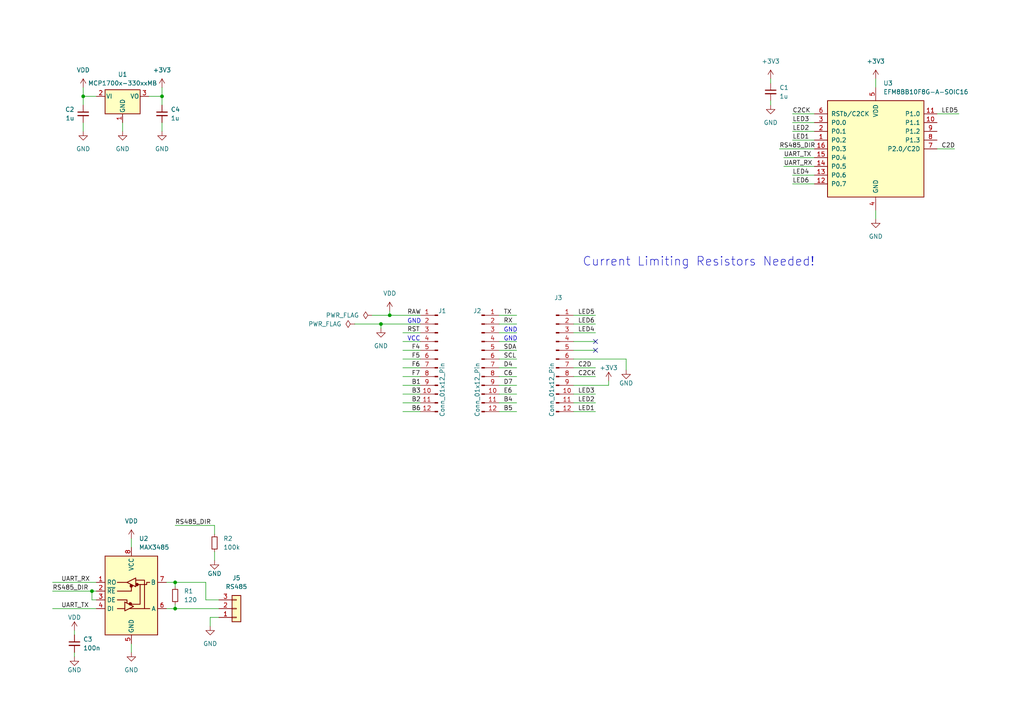
<source format=kicad_sch>
(kicad_sch (version 20230121) (generator eeschema)
  (paper "A4")
  (lib_symbols
    (symbol "Connector:Conn_01x12_Pin" (pin_names (offset 1.016) hide)
      (property "Reference" "J" (at 0 15.24 0))
      (property "Value" "Conn_01x12_Pin" (at 0 -17.78 0))
      (symbol "Conn_01x12_Pin_1_1"
        (polyline (pts (xy 1.27 -15.24) (xy 0.8636 -15.24)) (stroke (width 0.1524)))
        (polyline (pts (xy 1.27 -12.7) (xy 0.8636 -12.7)) (stroke (width 0.1524)))
        (polyline (pts (xy 1.27 -10.16) (xy 0.8636 -10.16)) (stroke (width 0.1524)))
        (polyline (pts (xy 1.27 -7.62) (xy 0.8636 -7.62)) (stroke (width 0.1524)))
        (polyline (pts (xy 1.27 -5.08) (xy 0.8636 -5.08)) (stroke (width 0.1524)))
        (polyline (pts (xy 1.27 -2.54) (xy 0.8636 -2.54)) (stroke (width 0.1524)))
        (polyline (pts (xy 1.27 0) (xy 0.8636 0)) (stroke (width 0.1524)))
        (polyline (pts (xy 1.27 2.54) (xy 0.8636 2.54)) (stroke (width 0.1524)))
        (polyline (pts (xy 1.27 5.08) (xy 0.8636 5.08)) (stroke (width 0.1524)))
        (polyline (pts (xy 1.27 7.62) (xy 0.8636 7.62)) (stroke (width 0.1524)))
        (polyline (pts (xy 1.27 10.16) (xy 0.8636 10.16)) (stroke (width 0.1524)))
        (polyline (pts (xy 1.27 12.7) (xy 0.8636 12.7)) (stroke (width 0.1524)))
        (rectangle (start 0.8636 -15.113) (end 0 -15.367) (stroke (width 0.1524)) (fill (type outline)))
        (rectangle (start 0.8636 -12.573) (end 0 -12.827) (stroke (width 0.1524)) (fill (type outline)))
        (rectangle (start 0.8636 -10.033) (end 0 -10.287) (stroke (width 0.1524)) (fill (type outline)))
        (rectangle (start 0.8636 -7.493) (end 0 -7.747) (stroke (width 0.1524)) (fill (type outline)))
        (rectangle (start 0.8636 -4.953) (end 0 -5.207) (stroke (width 0.1524)) (fill (type outline)))
        (rectangle (start 0.8636 -2.413) (end 0 -2.667) (stroke (width 0.1524)) (fill (type outline)))
        (rectangle (start 0.8636 0.127) (end 0 -0.127) (stroke (width 0.1524)) (fill (type outline)))
        (rectangle (start 0.8636 2.667) (end 0 2.413) (stroke (width 0.1524)) (fill (type outline)))
        (rectangle (start 0.8636 5.207) (end 0 4.953) (stroke (width 0.1524)) (fill (type outline)))
        (rectangle (start 0.8636 7.747) (end 0 7.493) (stroke (width 0.1524)) (fill (type outline)))
        (rectangle (start 0.8636 10.287) (end 0 10.033) (stroke (width 0.1524)) (fill (type outline)))
        (rectangle (start 0.8636 12.827) (end 0 12.573) (stroke (width 0.1524)) (fill (type outline)))
        (pin passive line (at 5.08 12.7 180) (length 3.81) (name "Pin_1") (number "1"))
        (pin passive line (at 5.08 -10.16 180) (length 3.81) (name "Pin_10") (number "10"))
        (pin passive line (at 5.08 -12.7 180) (length 3.81) (name "Pin_11") (number "11"))
        (pin passive line (at 5.08 -15.24 180) (length 3.81) (name "Pin_12") (number "12"))
        (pin passive line (at 5.08 10.16 180) (length 3.81) (name "Pin_2") (number "2"))
        (pin passive line (at 5.08 7.62 180) (length 3.81) (name "Pin_3") (number "3"))
        (pin passive line (at 5.08 5.08 180) (length 3.81) (name "Pin_4") (number "4"))
        (pin passive line (at 5.08 2.54 180) (length 3.81) (name "Pin_5") (number "5"))
        (pin passive line (at 5.08 0 180) (length 3.81) (name "Pin_6") (number "6"))
        (pin passive line (at 5.08 -2.54 180) (length 3.81) (name "Pin_7") (number "7"))
        (pin passive line (at 5.08 -5.08 180) (length 3.81) (name "Pin_8") (number "8"))
        (pin passive line (at 5.08 -7.62 180) (length 3.81) (name "Pin_9") (number "9"))
      )
    )
    (symbol "Connector_Generic:Conn_01x03" (pin_names (offset 1.016) hide)
      (property "Reference" "J" (at 0 5.08 0))
      (property "Value" "Conn_01x03" (at 0 -5.08 0))
      (symbol "Conn_01x03_1_1"
        (rectangle (start -1.27 -2.413) (end 0 -2.667) (stroke (width 0.1524)))
        (rectangle (start -1.27 0.127) (end 0 -0.127) (stroke (width 0.1524)))
        (rectangle (start -1.27 2.667) (end 0 2.413) (stroke (width 0.1524)))
        (rectangle (start -1.27 3.81) (end 1.27 -3.81) (stroke (width 0.254)) (fill (type background)))
        (pin passive line (at -5.08 2.54 0) (length 3.81) (name "Pin_1") (number "1"))
        (pin passive line (at -5.08 0 0) (length 3.81) (name "Pin_2") (number "2"))
        (pin passive line (at -5.08 -2.54 0) (length 3.81) (name "Pin_3") (number "3"))
      )
    )
    (symbol "Device:C_Small" (pin_numbers hide) (pin_names (offset 0.254) hide)
      (property "Reference" "C" (at 0.254 1.778 0))
      (property "Value" "C_Small" (at 0.254 -2.032 0))
      (symbol "C_Small_0_1"
        (polyline (pts (xy -1.524 -0.508) (xy 1.524 -0.508)) (stroke (width 0.3302)))
        (polyline (pts (xy -1.524 0.508) (xy 1.524 0.508)) (stroke (width 0.3048)))
      )
      (symbol "C_Small_1_1"
        (pin passive line (at 0 2.54 270) (length 2.032) (name "~") (number "1"))
        (pin passive line (at 0 -2.54 90) (length 2.032) (name "~") (number "2"))
      )
    )
    (symbol "Device:R_Small" (pin_numbers hide) (pin_names (offset 0.254) hide)
      (property "Reference" "R" (at 0.762 0.508 0))
      (property "Value" "R_Small" (at 0.762 -1.016 0))
      (symbol "R_Small_0_1"
        (rectangle (start -0.762 1.778) (end 0.762 -1.778) (stroke (width 0.2032)))
      )
      (symbol "R_Small_1_1"
        (pin passive line (at 0 2.54 270) (length 0.762) (name "~") (number "1"))
        (pin passive line (at 0 -2.54 90) (length 0.762) (name "~") (number "2"))
      )
    )
    (symbol "Interface_UART:MAX3485"
      (property "Reference" "U" (at -6.096 11.43 0))
      (property "Value" "MAX3485" (at 0.762 11.43 0))
      (symbol "MAX3485_0_1"
        (rectangle (start -7.62 10.16) (end 7.62 -12.7) (stroke (width 0.254)) (fill (type background)))
        (circle (center -0.3048 -3.683) (radius 0.3556) (stroke (width 0.254)) (fill (type outline)))
        (circle (center -0.0254 1.4986) (radius 0.3556) (stroke (width 0.254)) (fill (type outline)))
        (polyline (pts (xy -4.064 -5.08) (xy -1.905 -5.08)) (stroke (width 0.254)))
        (polyline (pts (xy -4.064 2.54) (xy -1.27 2.54)) (stroke (width 0.254)))
        (polyline (pts (xy -1.27 -3.2004) (xy -1.27 -3.4544)) (stroke (width 0.254)))
        (polyline (pts (xy -0.635 -5.08) (xy 5.334 -5.08)) (stroke (width 0.254)))
        (polyline (pts (xy -4.064 -2.54) (xy -1.27 -2.54) (xy -1.27 -3.175)) (stroke (width 0.254)))
        (polyline (pts (xy 0 1.27) (xy 0 0) (xy -4.064 0)) (stroke (width 0.254)))
        (polyline (pts (xy 1.27 3.175) (xy 3.81 3.175) (xy 3.81 -5.08)) (stroke (width 0.254)))
        (polyline (pts (xy 2.54 1.905) (xy 2.54 -3.81) (xy 0 -3.81)) (stroke (width 0.254)))
        (polyline (pts (xy -1.905 -3.175) (xy -1.905 -5.715) (xy 0.635 -4.445) (xy -1.905 -3.175)) (stroke (width 0.254)))
        (polyline (pts (xy -1.27 2.54) (xy 1.27 3.81) (xy 1.27 1.27) (xy -1.27 2.54)) (stroke (width 0.254)))
        (polyline (pts (xy 1.905 1.905) (xy 4.445 1.905) (xy 4.445 2.54) (xy 5.334 2.54)) (stroke (width 0.254)))
        (rectangle (start 1.27 3.175) (end 1.27 3.175))
        (circle (center 1.651 1.905) (radius 0.3556) (stroke (width 0.254)) (fill (type outline)))
      )
      (symbol "MAX3485_1_1"
        (pin output line (at -10.16 2.54 0) (length 2.54) (name "RO") (number "1"))
        (pin input line (at -10.16 0 0) (length 2.54) (name "~{RE}") (number "2"))
        (pin input line (at -10.16 -2.54 0) (length 2.54) (name "DE") (number "3"))
        (pin input line (at -10.16 -5.08 0) (length 2.54) (name "DI") (number "4"))
        (pin power_in line (at 0 -15.24 90) (length 2.54) (name "GND") (number "5"))
        (pin bidirectional line (at 10.16 -5.08 180) (length 2.54) (name "A") (number "6"))
        (pin bidirectional line (at 10.16 2.54 180) (length 2.54) (name "B") (number "7"))
        (pin power_in line (at 0 12.7 270) (length 2.54) (name "VCC") (number "8"))
      )
    )
    (symbol "MCU_SiliconLabs:EFM8BB10F8G-A-SOIC16" (pin_names (offset 1.016))
      (property "Reference" "U" (at -13.97 15.24 0))
      (property "Value" "EFM8BB10F8G-A-SOIC16" (at 1.27 15.24 0))
      (symbol "EFM8BB10F8G-A-SOIC16_0_1"
        (rectangle (start -13.97 13.97) (end 13.97 -13.97) (stroke (width 0.254)) (fill (type background)))
        (pin bidirectional line (at -17.78 2.54 0) (length 3.81) (name "P0.2") (number "1"))
        (pin bidirectional line (at 17.78 7.62 180) (length 3.81) (name "P1.1") (number "10"))
        (pin bidirectional line (at 17.78 10.16 180) (length 3.81) (name "P1.0") (number "11"))
        (pin bidirectional line (at -17.78 -10.16 0) (length 3.81) (name "P0.7") (number "12"))
        (pin bidirectional line (at -17.78 -7.62 0) (length 3.81) (name "P0.6") (number "13"))
        (pin bidirectional line (at -17.78 -5.08 0) (length 3.81) (name "P0.5") (number "14"))
        (pin bidirectional line (at -17.78 -2.54 0) (length 3.81) (name "P0.4") (number "15"))
        (pin bidirectional line (at -17.78 0 0) (length 3.81) (name "P0.3") (number "16"))
        (pin bidirectional line (at -17.78 5.08 0) (length 3.81) (name "P0.1") (number "2"))
        (pin bidirectional line (at -17.78 7.62 0) (length 3.81) (name "P0.0") (number "3"))
        (pin power_in line (at 0 -17.78 90) (length 3.81) (name "GND") (number "4"))
        (pin power_in line (at 0 17.78 270) (length 3.81) (name "VDD") (number "5"))
        (pin input line (at -17.78 10.16 0) (length 3.81) (name "RSTb/C2CK") (number "6"))
        (pin bidirectional line (at 17.78 0 180) (length 3.81) (name "P2.0/C2D") (number "7"))
        (pin bidirectional line (at 17.78 2.54 180) (length 3.81) (name "P1.3") (number "8"))
        (pin bidirectional line (at 17.78 5.08 180) (length 3.81) (name "P1.2") (number "9"))
      )
    )
    (symbol "Regulator_Linear:MCP1700x-330xxMB" (pin_names (offset 0.254))
      (property "Reference" "U" (at -3.81 3.175 0))
      (property "Value" "MCP1700x-330xxMB" (at 0 3.175 0))
      (symbol "MCP1700x-330xxMB_0_1"
        (rectangle (start -5.08 -5.08) (end 5.08 1.905) (stroke (width 0.254)) (fill (type background)))
      )
      (symbol "MCP1700x-330xxMB_1_1"
        (pin power_in line (at 0 -7.62 90) (length 2.54) (name "GND") (number "1"))
        (pin power_in line (at -7.62 0 0) (length 2.54) (name "VI") (number "2"))
        (pin power_out line (at 7.62 0 180) (length 2.54) (name "VO") (number "3"))
      )
    )
    (symbol "power:+3V3" (power) (pin_names (offset 0))
      (property "Value" "+3V3" (at 0 3.556 0))
      (symbol "+3V3_0_1"
        (polyline (pts (xy -0.762 1.27) (xy 0 2.54)))
        (polyline (pts (xy 0 0) (xy 0 2.54)))
        (polyline (pts (xy 0 2.54) (xy 0.762 1.27)))
      )
      (symbol "+3V3_1_1"
        (pin power_in line (at 0 0 90) (length 0) hide (name "+3V3") (number "1"))
      )
    )
    (symbol "power:GND" (power) (pin_names (offset 0))
      (property "Value" "GND" (at 0 -3.81 0))
      (symbol "GND_0_1"
        (polyline (pts (xy 0 0) (xy 0 -1.27) (xy 1.27 -1.27) (xy 0 -2.54) (xy -1.27 -1.27) (xy 0 -1.27)))
      )
      (symbol "GND_1_1"
        (pin power_in line (at 0 0 270) (length 0) hide (name "GND") (number "1"))
      )
    )
    (symbol "power:PWR_FLAG" (power) (pin_numbers hide) (pin_names (offset 0) hide)
      (property "Value" "PWR_FLAG" (at 0 3.81 0))
      (symbol "PWR_FLAG_0_0"
        (pin power_out line (at 0 0 90) (length 0) (name "pwr") (number "1"))
      )
      (symbol "PWR_FLAG_0_1"
        (polyline (pts (xy 0 0) (xy 0 1.27) (xy -1.016 1.905) (xy 0 2.54) (xy 1.016 1.905) (xy 0 1.27)))
      )
    )
    (symbol "power:VDD" (power) (pin_names (offset 0))
      (property "Value" "VDD" (at 0 3.81 0))
      (symbol "VDD_0_1"
        (polyline (pts (xy -0.762 1.27) (xy 0 2.54)))
        (polyline (pts (xy 0 0) (xy 0 2.54)))
        (polyline (pts (xy 0 2.54) (xy 0.762 1.27)))
      )
      (symbol "VDD_1_1"
        (pin power_in line (at 0 0 90) (length 0) hide (name "VDD") (number "1"))
      )
    )
  )
  (junction (at 113.03 91.44))
  (junction (at 46.99 27.94))
  (junction (at 26.67 171.45))
  (junction (at 24.13 27.94))
  (junction (at 50.8 168.91))
  (junction (at 110.49 93.98))
  (junction (at 50.8 176.53))
  (no_connect (at 172.72 101.6))
  (no_connect (at 172.72 99.06))
  (wire (pts (xy 62.23 154.94) (xy 62.23 152.4)))
  (wire (pts (xy 166.37 106.68) (xy 172.72 106.68)))
  (wire (pts (xy 21.59 189.23) (xy 21.59 190.5)))
  (wire (pts (xy 144.78 116.84) (xy 149.86 116.84)))
  (wire (pts (xy 102.87 93.98) (xy 110.49 93.98)))
  (wire (pts (xy 116.84 114.3) (xy 121.92 114.3)))
  (wire (pts (xy 116.84 119.38) (xy 121.92 119.38)))
  (wire (pts (xy 166.37 116.84) (xy 172.72 116.84)))
  (wire (pts (xy 229.87 38.1) (xy 236.22 38.1)))
  (wire (pts (xy 38.1 156.21) (xy 38.1 158.75)))
  (wire (pts (xy 223.52 22.86) (xy 223.52 24.13)))
  (wire (pts (xy 144.78 109.22) (xy 149.86 109.22)))
  (wire (pts (xy 166.37 114.3) (xy 172.72 114.3)))
  (wire (pts (xy 166.37 93.98) (xy 172.72 93.98)))
  (wire (pts (xy 24.13 35.56) (xy 24.13 38.1)))
  (wire (pts (xy 46.99 35.56) (xy 46.99 38.1)))
  (wire (pts (xy 176.53 111.76) (xy 176.53 110.49)))
  (wire (pts (xy 229.87 40.64) (xy 236.22 40.64)))
  (wire (pts (xy 181.61 104.14) (xy 181.61 107.315)))
  (wire (pts (xy 21.59 182.88) (xy 21.59 184.15)))
  (wire (pts (xy 229.87 50.8) (xy 236.22 50.8)))
  (wire (pts (xy 50.8 176.53) (xy 63.5 176.53)))
  (wire (pts (xy 46.99 25.4) (xy 46.99 27.94)))
  (wire (pts (xy 223.52 29.21) (xy 223.52 30.48)))
  (wire (pts (xy 107.95 91.44) (xy 113.03 91.44)))
  (wire (pts (xy 144.78 114.3) (xy 149.86 114.3)))
  (wire (pts (xy 62.23 160.02) (xy 62.23 162.56)))
  (wire (pts (xy 50.8 170.18) (xy 50.8 168.91)))
  (wire (pts (xy 26.67 171.45) (xy 27.94 171.45)))
  (wire (pts (xy 229.87 33.02) (xy 236.22 33.02)))
  (wire (pts (xy 43.18 27.94) (xy 46.99 27.94)))
  (wire (pts (xy 144.78 91.44) (xy 149.86 91.44)))
  (wire (pts (xy 166.37 119.38) (xy 172.72 119.38)))
  (wire (pts (xy 48.26 176.53) (xy 50.8 176.53)))
  (wire (pts (xy 27.94 173.99) (xy 26.67 173.99)))
  (wire (pts (xy 48.26 168.91) (xy 50.8 168.91)))
  (wire (pts (xy 116.84 99.06) (xy 121.92 99.06)))
  (wire (pts (xy 24.13 27.94) (xy 24.13 25.4)))
  (wire (pts (xy 24.13 27.94) (xy 24.13 30.48)))
  (wire (pts (xy 144.78 111.76) (xy 149.86 111.76)))
  (wire (pts (xy 50.8 152.4) (xy 62.23 152.4)))
  (wire (pts (xy 60.96 179.07) (xy 60.96 181.61)))
  (wire (pts (xy 26.67 173.99) (xy 26.67 171.45)))
  (wire (pts (xy 166.37 111.76) (xy 176.53 111.76)))
  (wire (pts (xy 38.1 186.69) (xy 38.1 189.23)))
  (wire (pts (xy 166.37 96.52) (xy 172.72 96.52)))
  (wire (pts (xy 227.33 48.26) (xy 236.22 48.26)))
  (wire (pts (xy 110.49 93.98) (xy 121.92 93.98)))
  (wire (pts (xy 116.84 101.6) (xy 121.92 101.6)))
  (wire (pts (xy 15.24 176.53) (xy 27.94 176.53)))
  (wire (pts (xy 50.8 175.26) (xy 50.8 176.53)))
  (wire (pts (xy 110.49 93.98) (xy 110.49 95.25)))
  (wire (pts (xy 144.78 101.6) (xy 149.86 101.6)))
  (wire (pts (xy 46.99 27.94) (xy 46.99 30.48)))
  (wire (pts (xy 144.78 99.06) (xy 149.86 99.06)))
  (wire (pts (xy 229.87 35.56) (xy 236.22 35.56)))
  (wire (pts (xy 144.78 106.68) (xy 149.86 106.68)))
  (wire (pts (xy 116.84 106.68) (xy 121.92 106.68)))
  (wire (pts (xy 144.78 104.14) (xy 149.86 104.14)))
  (wire (pts (xy 144.78 119.38) (xy 149.86 119.38)))
  (wire (pts (xy 144.78 93.98) (xy 149.86 93.98)))
  (wire (pts (xy 113.03 91.44) (xy 121.92 91.44)))
  (wire (pts (xy 15.24 171.45) (xy 26.67 171.45)))
  (wire (pts (xy 15.24 168.91) (xy 27.94 168.91)))
  (wire (pts (xy 116.84 111.76) (xy 121.92 111.76)))
  (wire (pts (xy 254 60.96) (xy 254 63.5)))
  (wire (pts (xy 59.69 173.99) (xy 59.69 168.91)))
  (wire (pts (xy 166.37 101.6) (xy 172.72 101.6)))
  (wire (pts (xy 227.33 45.72) (xy 236.22 45.72)))
  (wire (pts (xy 226.06 43.18) (xy 236.22 43.18)))
  (wire (pts (xy 59.69 168.91) (xy 50.8 168.91)))
  (wire (pts (xy 27.94 27.94) (xy 24.13 27.94)))
  (wire (pts (xy 166.37 91.44) (xy 172.72 91.44)))
  (wire (pts (xy 271.78 43.18) (xy 276.86 43.18)))
  (wire (pts (xy 116.84 109.22) (xy 121.92 109.22)))
  (wire (pts (xy 116.84 116.84) (xy 121.92 116.84)))
  (wire (pts (xy 166.37 99.06) (xy 172.72 99.06)))
  (wire (pts (xy 229.87 53.34) (xy 236.22 53.34)))
  (wire (pts (xy 116.84 104.14) (xy 121.92 104.14)))
  (wire (pts (xy 144.78 96.52) (xy 149.86 96.52)))
  (wire (pts (xy 271.78 33.02) (xy 278.13 33.02)))
  (wire (pts (xy 116.84 96.52) (xy 121.92 96.52)))
  (wire (pts (xy 254 22.86) (xy 254 25.4)))
  (wire (pts (xy 113.03 90.17) (xy 113.03 91.44)))
  (wire (pts (xy 166.37 109.22) (xy 172.72 109.22)))
  (wire (pts (xy 35.56 35.56) (xy 35.56 38.1)))
  (wire (pts (xy 166.37 104.14) (xy 181.61 104.14)))
  (wire (pts (xy 63.5 179.07) (xy 60.96 179.07)))
  (wire (pts (xy 63.5 173.99) (xy 59.69 173.99)))
  (text "VCC" (at 118.11 99.06 0) (effects (font (size 1.27 1.27)) (justify left bottom)))
  (text "GND" (at 146.05 96.52 0) (effects (font (size 1.27 1.27)) (justify left bottom)))
  (text "GND" (at 146.05 99.06 0) (effects (font (size 1.27 1.27)) (justify left bottom)))
  (text "GND" (at 118.11 93.98 0) (effects (font (size 1.27 1.27)) (justify left bottom)))
  (text "Current Limiting Resistors Needed!" (at 168.91 77.47 0) (effects (font (size 2.54 2.54)) (justify left bottom)))
  (label "LED1" (at 229.87 40.64 0))
  (label "LED6" (at 229.87 53.34 0))
  (label "B3" (at 119.38 114.3 0))
  (label "C2CK" (at 167.64 109.22 0))
  (label "UART_TX" (at 17.78 176.53 0))
  (label "B1" (at 119.38 111.76 0))
  (label "RS485_DIR" (at 15.24 171.45 0))
  (label "B4" (at 146.05 116.84 0))
  (label "LED2" (at 229.87 38.1 0))
  (label "D4" (at 146.05 106.68 0))
  (label "LED2" (at 167.64 116.84 0))
  (label "LED6" (at 167.64 93.98 0))
  (label "LED1" (at 167.64 119.38 0))
  (label "C2CK" (at 229.87 33.02 0))
  (label "TX" (at 146.05 91.44 0))
  (label "F7" (at 119.38 109.22 0))
  (label "UART_TX" (at 227.33 45.72 0))
  (label "B2" (at 119.38 116.84 0))
  (label "F6" (at 119.38 106.68 0))
  (label "LED3" (at 229.87 35.56 0))
  (label "RST" (at 118.11 96.52 0))
  (label "SDA" (at 146.05 101.6 0))
  (label "RAW" (at 118.11 91.44 0))
  (label "LED5" (at 273.05 33.02 0))
  (label "C6" (at 146.05 109.22 0))
  (label "RS485_DIR" (at 226.06 43.18 0))
  (label "LED4" (at 167.64 96.52 0))
  (label "LED5" (at 167.64 91.44 0))
  (label "C2D" (at 273.05 43.18 0))
  (label "B6" (at 119.38 119.38 0))
  (label "SCL" (at 146.05 104.14 0))
  (label "C2D" (at 167.64 106.68 0))
  (label "F4" (at 119.38 101.6 0))
  (label "E6" (at 146.05 114.3 0))
  (label "UART_RX" (at 17.78 168.91 0))
  (label "B5" (at 146.05 119.38 0))
  (label "LED4" (at 229.87 50.8 0))
  (label "F5" (at 119.38 104.14 0))
  (label "RS485_DIR" (at 50.8 152.4 0))
  (label "UART_RX" (at 227.33 48.26 0))
  (label "RX" (at 146.05 93.98 0))
  (label "LED3" (at 167.64 114.3 0))
  (label "D7" (at 146.05 111.76 0))
  (symbol (lib_id "Device:R_Small") (at 50.8 172.72 0) (unit 1)
    (property "Reference" "R1" (at 53.34 171.45 0) (effects (justify left)))
    (property "Value" "120" (at 53.34 173.99 0) (effects (justify left)))
    (property "Footprint" "Resistor_SMD:R_0603_1608Metric" (effects hide))
  )
  (symbol (lib_id "power:GND") (at 46.99 38.1 0) (unit 1)
    (property "Reference" "#PWR03" (effects hide))
    (property "Value" "GND" (at 46.99 43.18 0))
  )
  (symbol (lib_id "power:GND") (at 110.49 95.25 0) (unit 1)
    (property "Reference" "#PWR02" (effects hide))
    (property "Value" "GND" (at 110.49 100.33 0))
  )
  (symbol (lib_id "power:GND") (at 60.96 181.61 0) (unit 1)
    (property "Reference" "#PWR016" (effects hide))
    (property "Value" "GND" (at 60.96 186.69 0))
  )
  (symbol (lib_id "Regulator_Linear:MCP1700x-330xxMB") (at 35.56 27.94 0) (unit 1)
    (property "Reference" "U1" (at 35.56 21.59 0))
    (property "Value" "MCP1700x-330xxMB" (at 35.56 24.13 0))
    (property "Footprint" "Package_TO_SOT_SMD:SOT-89-3" (effects hide))
    (property "Datasheet" "http://ww1.microchip.com/downloads/en/DeviceDoc/20001826D.pdf" (effects hide))
  )
  (symbol (lib_id "Device:C_Small") (at 21.59 186.69 0) (unit 1)
    (property "Reference" "C3" (at 24.13 185.4263 0) (effects (justify left)))
    (property "Value" "100n" (at 24.13 187.9663 0) (effects (justify left)))
    (property "Footprint" "Capacitor_SMD:C_0603_1608Metric" (effects hide))
  )
  (symbol (lib_id "power:+3V3") (at 254 22.86 0) (unit 1)
    (property "Reference" "#PWR08" (effects hide))
    (property "Value" "+3V3" (at 254 17.78 0))
  )
  (symbol (lib_id "power:PWR_FLAG") (at 107.95 91.44 90) (unit 1)
    (property "Reference" "#FLG01" (effects hide))
    (property "Value" "PWR_FLAG" (at 104.14 91.44 90) (effects (justify left)))
  )
  (symbol (lib_id "power:PWR_FLAG") (at 102.87 93.98 90) (unit 1)
    (property "Reference" "#FLG02" (effects hide))
    (property "Value" "PWR_FLAG" (at 99.06 93.98 90) (effects (justify left)))
  )
  (symbol (lib_id "power:+3V3") (at 223.52 22.86 0) (unit 1)
    (property "Reference" "#PWR010" (effects hide))
    (property "Value" "+3V3" (at 223.52 17.78 0))
  )
  (symbol (lib_id "Connector:Conn_01x12_Pin") (at 127 104.14 0) (mirror y) (unit 1)
    (property "Reference" "J1" (at 128.27 90.17 0))
    (property "Value" "Conn_01x12_Pin" (at 128.27 113.03 90))
    (property "Footprint" "Connector_PinSocket_2.54mm:PinSocket_1x12_P2.54mm_Vertical" (effects hide))
  )
  (symbol (lib_id "Connector:Conn_01x12_Pin") (at 161.29 104.14 0) (unit 1)
    (property "Reference" "J3" (at 161.925 86.36 0))
    (property "Value" "Conn_01x12_Pin" (at 160.02 113.03 90))
    (property "Footprint" "Connector_PinSocket_2.54mm:PinSocket_1x12_P2.54mm_Vertical" (effects hide))
  )
  (symbol (lib_id "Device:R_Small") (at 62.23 157.48 0) (unit 1)
    (property "Reference" "R2" (at 64.77 156.21 0) (effects (justify left)))
    (property "Value" "100k" (at 64.77 158.75 0) (effects (justify left)))
    (property "Footprint" "Resistor_SMD:R_0603_1608Metric" (effects hide))
  )
  (symbol (lib_id "Device:C_Small") (at 223.52 26.67 0) (unit 1)
    (property "Reference" "C1" (at 226.06 25.4063 0) (effects (justify left)))
    (property "Value" "1u" (at 226.06 27.9463 0) (effects (justify left)))
    (property "Footprint" "Capacitor_SMD:C_0805_2012Metric" (effects hide))
  )
  (symbol (lib_id "power:+3V3") (at 176.53 110.49 0) (unit 1)
    (property "Reference" "#PWR018" (effects hide))
    (property "Value" "+3V3" (at 176.53 106.68 0))
  )
  (symbol (lib_id "Device:C_Small") (at 24.13 33.02 0) (mirror y) (unit 1)
    (property "Reference" "C2" (at 21.59 31.7563 0) (effects (justify left)))
    (property "Value" "1u" (at 21.59 34.2963 0) (effects (justify left)))
    (property "Footprint" "Capacitor_SMD:C_0805_2012Metric" (effects hide))
  )
  (symbol (lib_id "Interface_UART:MAX3485") (at 38.1 171.45 0) (unit 1)
    (property "Reference" "U2" (at 40.2941 156.21 0) (effects (justify left)))
    (property "Value" "MAX3485" (at 40.2941 158.75 0) (effects (justify left)))
    (property "Footprint" "Package_SO:SOIC-8_3.9x4.9mm_P1.27mm" (effects hide))
    (property "Datasheet" "https://datasheets.maximintegrated.com/en/ds/MAX3483-MAX3491.pdf" (effects hide))
  )
  (symbol (lib_id "power:+3V3") (at 46.99 25.4 0) (unit 1)
    (property "Reference" "#PWR07" (effects hide))
    (property "Value" "+3V3" (at 46.99 20.32 0))
  )
  (symbol (lib_id "Connector:Conn_01x12_Pin") (at 139.7 104.14 0) (unit 1)
    (property "Reference" "J2" (at 138.43 90.17 0))
    (property "Value" "Conn_01x12_Pin" (at 138.43 113.03 90))
    (property "Footprint" "Connector_PinSocket_2.54mm:PinSocket_1x12_P2.54mm_Vertical" (effects hide))
  )
  (symbol (lib_id "power:GND") (at 223.52 30.48 0) (unit 1)
    (property "Reference" "#PWR011" (effects hide))
    (property "Value" "GND" (at 223.52 35.56 0))
  )
  (symbol (lib_id "power:GND") (at 62.23 162.56 0) (unit 1)
    (property "Reference" "#PWR017" (effects hide))
    (property "Value" "GND" (at 62.23 166.37 0))
  )
  (symbol (lib_id "Device:C_Small") (at 46.99 33.02 0) (unit 1)
    (property "Reference" "C4" (at 49.53 31.7563 0) (effects (justify left)))
    (property "Value" "1u" (at 49.53 34.2963 0) (effects (justify left)))
    (property "Footprint" "Capacitor_SMD:C_0805_2012Metric" (effects hide))
  )
  (symbol (lib_id "power:GND") (at 35.56 38.1 0) (unit 1)
    (property "Reference" "#PWR04" (effects hide))
    (property "Value" "GND" (at 35.56 43.18 0))
  )
  (symbol (lib_id "power:GND") (at 38.1 189.23 0) (unit 1)
    (property "Reference" "#PWR013" (effects hide))
    (property "Value" "GND" (at 38.1 194.31 0))
  )
  (symbol (lib_id "power:VDD") (at 21.59 182.88 0) (unit 1)
    (property "Reference" "#PWR014" (effects hide))
    (property "Value" "VDD" (at 21.59 179.07 0))
  )
  (symbol (lib_id "power:VDD") (at 113.03 90.17 0) (unit 1)
    (property "Reference" "#PWR01" (effects hide))
    (property "Value" "VDD" (at 113.03 85.09 0))
  )
  (symbol (lib_id "Connector_Generic:Conn_01x03") (at 68.58 176.53 0) (mirror x) (unit 1)
    (property "Reference" "J5" (at 68.58 167.64 0))
    (property "Value" "RS485" (at 68.58 170.18 0))
    (property "Footprint" "Connector_JST:JST_PH_B3B-PH-K_1x03_P2.00mm_Vertical" (effects hide))
  )
  (symbol (lib_id "power:GND") (at 181.61 107.315 0) (unit 1)
    (property "Reference" "#PWR019" (effects hide))
    (property "Value" "GND" (at 181.61 111.125 0))
  )
  (symbol (lib_id "power:VDD") (at 38.1 156.21 0) (unit 1)
    (property "Reference" "#PWR012" (effects hide))
    (property "Value" "VDD" (at 38.1 151.13 0))
  )
  (symbol (lib_id "MCU_SiliconLabs:EFM8BB10F8G-A-SOIC16") (at 254 43.18 0) (unit 1)
    (property "Reference" "U3" (at 256.1941 24.13 0) (effects (justify left)))
    (property "Value" "EFM8BB10F8G-A-SOIC16" (at 256.1941 26.67 0) (effects (justify left)))
    (property "Footprint" "Package_SO:SOIC-16_3.9x9.9mm_P1.27mm" (effects hide))
    (property "Datasheet" "https://www.silabs.com/documents/public/data-sheets/efm8bb1-datasheet.pdf" (effects hide))
  )
  (symbol (lib_id "power:VDD") (at 24.13 25.4 0) (unit 1)
    (property "Reference" "#PWR06" (effects hide))
    (property "Value" "VDD" (at 24.13 20.32 0))
  )
  (symbol (lib_id "power:GND") (at 254 63.5 0) (unit 1)
    (property "Reference" "#PWR09" (effects hide))
    (property "Value" "GND" (at 254 68.58 0))
  )
  (symbol (lib_id "power:GND") (at 21.59 190.5 0) (unit 1)
    (property "Reference" "#PWR015" (effects hide))
    (property "Value" "GND" (at 21.59 194.31 0))
  )
  (symbol (lib_id "power:GND") (at 24.13 38.1 0) (unit 1)
    (property "Reference" "#PWR05" (effects hide))
    (property "Value" "GND" (at 24.13 43.18 0))
  )
)
</source>
